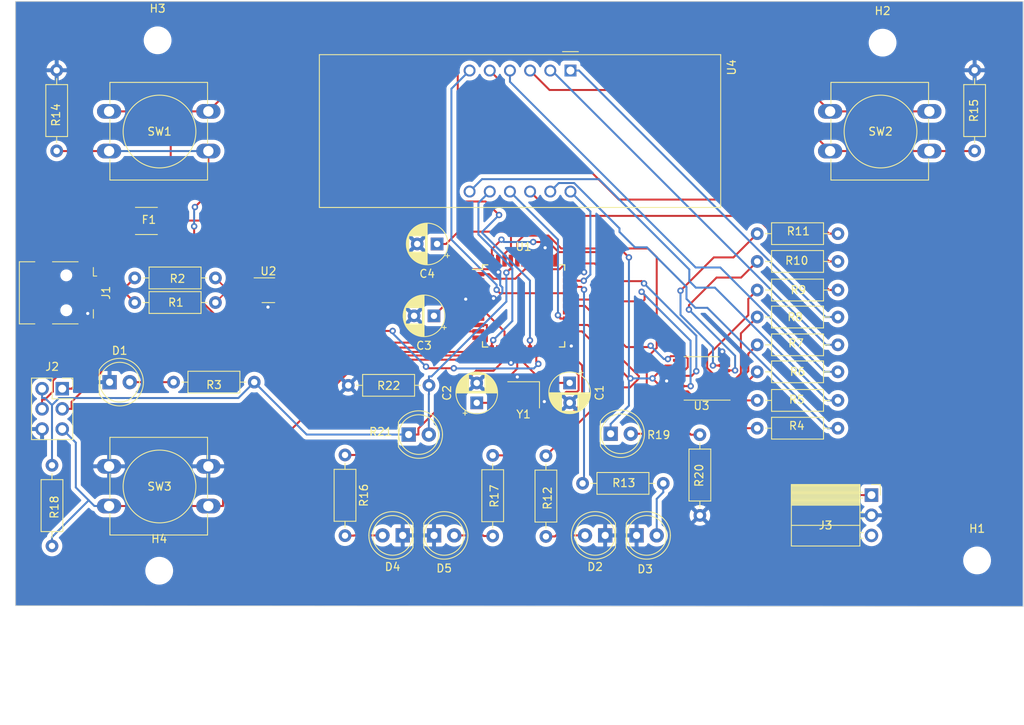
<source format=kicad_pcb>
(kicad_pcb (version 20221018) (generator pcbnew)
  (layers (0 "F.Cu" signal) (31 "B.Cu" signal) (34 "B.Paste" user) (35 "F.Paste" user) (36 "B.SilkS" user "B.Silkscreen") (37 "F.SilkS" user "F.Silkscreen") (38 "B.Mask" user) (39 "F.Mask" user) (44 "Edge.Cuts" user))
  (net 0 "")
  (net 1 "XTAL1")
  (net 2 "GND")
  (net 3 "XTAL2")
  (net 4 "/UCAP")
  (net 5 "/AREF")
  (net 6 "Net-(D1-A)")
  (net 7 "Net-(D2-A)")
  (net 8 "Net-(D3-A)")
  (net 9 "Net-(D4-A)")
  (net 10 "Net-(D5-A)")
  (net 11 "Net-(J1-VBUS)")
  (net 12 "+5V")
  (net 13 "Net-(J1-D-)")
  (net 14 "Net-(J1-D+)")
  (net 16 "unconnected-(J1-Shield-Pad6)")
  (net 17 "MISO")
  (net 18 "SCK")
  (net 19 "MOSI")
  (net 20 "RST")
  (net 21 "+3.3V")
  (net 22 "USB_CONN_D+")
  (net 23 "USB_CONN_D-")
  (net 24 "a")
  (net 25 "Net-(U4-a)")
  (net 26 "b")
  (net 27 "Net-(U4-b)")
  (net 28 "c")
  (net 29 "Net-(U4-c)")
  (net 30 "d")
  (net 31 "Net-(U4-d)")
  (net 32 "e")
  (net 33 "Net-(U4-e)")
  (net 34 "f")
  (net 35 "Net-(U4-f)")
  (net 36 "g")
  (net 37 "Net-(U4-g)")
  (net 38 "dp")
  (net 39 "Net-(U4-DPX)")
  (net 40 "Green_LED1")
  (net 41 "Red_LED1")
  (net 42 "Button_1")
  (net 43 "Button_2")
  (net 44 "Green_LED2")
  (net 45 "Red_LED2")
  (net 46 "Beam_1")
  (net 47 "Beam_2")
  (net 48 "ST_CP")
  (net 49 "USB_D-")
  (net 50 "USB_D+")
  (net 52 "Dig3")
  (net 54 "Dig2")
  (net 56 "SH_CP")
  (net 57 "DS")
  (net 58 "Dig4")
  (net 59 "Dig1")
  (footprint "Package_QFP:TQFP-44_10x10mm_P0.8mm" (layer "F.Cu") (at 150.59 93.35)
    (fp_text reference "U1")
    (fp_text value "ATmega32U4-A")
  )
  (footprint "Resistor_THT:R_Axial_DIN0207_L6.3mm_D2.5mm_P10.16mm_Horizontal" (layer "F.Cu") (at 180.01 84.25)
    (fp_text reference "R11")
    (fp_text value "100")
  )
  (footprint "MountingHole:MountingHole_3mm" (layer "F.Cu") (at 195.8 60.2)
    (fp_text reference "H2")
    (fp_text value "MountingHole")
  )
  (footprint "Connector_USB:USB_Mini-B_Lumberg_2486_01_Horizontal" (layer "F.Cu") (at 93 91.7 -90)
    (fp_text reference "J1")
    (fp_text value "USB_B_Mini")
  )
  (footprint "Button_Switch_THT:SW_PUSH-12mm" (layer "F.Cu") (at 98.39 113.55)
    (fp_text reference "SW3")
    (fp_text value "SW_Push")
  )
  (footprint "LED_THT:LED_D5.0mm_Clear" (layer "F.Cu") (at 160.865 122.25 180)
    (fp_text reference "D2")
    (fp_text value "LED")
  )
  (footprint "Crystal:Crystal_SMD_Abracon_ABM8G-4Pin_3.2x2.5mm" (layer "F.Cu") (at 150.59 104.55 180)
    (fp_text reference "Y1")
    (fp_text value "16kHz")
  )
  (footprint "Resistor_THT:R_Axial_DIN0207_L6.3mm_D2.5mm_P10.16mm_Horizontal" (layer "F.Cu") (at 180.01 94.75)
    (fp_text reference "R8")
    (fp_text value "100")
  )
  (footprint "Resistor_THT:R_Axial_DIN0207_L6.3mm_D2.5mm_P10.16mm_Horizontal" (layer "F.Cu") (at 180.01 87.75)
    (fp_text reference "R10")
    (fp_text value "100")
  )
  (footprint "Connector_PinSocket_2.54mm:PinSocket_1x03_P2.54mm_Horizontal" (layer "F.Cu") (at 194.4 117.175)
    (fp_text reference "J3")
    (fp_text value "Conn_01x03_Socket")
  )
  (footprint "MountingHole:MountingHole_3mm" (layer "F.Cu") (at 104.7 126.7)
    (fp_text reference "H4")
    (fp_text value "MountingHole")
  )
  (footprint "Resistor_THT:R_Axial_DIN0207_L6.3mm_D2.5mm_P10.16mm_Horizontal" (layer "F.Cu") (at 101.62 89.825)
    (fp_text reference "R2")
    (fp_text value "1k")
  )
  (footprint "Resistor_THT:R_Axial_DIN0207_L6.3mm_D2.5mm_P10.16mm_Horizontal" (layer "F.Cu") (at 128.51 103.35)
    (fp_text reference "R22")
    (fp_text value "10k")
  )
  (footprint "LED_THT:LED_D5.0mm_Clear" (layer "F.Cu") (at 161.55 109.45)
    (fp_text reference "R19")
    (fp_text value "R_Photo")
  )
  (footprint "Resistor_THT:R_Axial_DIN0207_L6.3mm_D2.5mm_P10.16mm_Horizontal" (layer "F.Cu") (at 146.7 112.17 -90)
    (fp_text reference "R17")
    (fp_text value "330")
  )
  (footprint "Button_Switch_THT:SW_PUSH-12mm" (layer "F.Cu") (at 98.39 68.85)
    (fp_text reference "SW1")
    (fp_text value "SW_Push")
  )
  (footprint "Package_TO_SOT_SMD:SOT-23-6" (layer "F.Cu") (at 118.45 91.375)
    (fp_text reference "U2")
    (fp_text value "USBLC6-2SC6")
  )
  (footprint "Resistor_THT:R_Axial_DIN0207_L6.3mm_D2.5mm_P10.16mm_Horizontal" (layer "F.Cu") (at 153.4 112.22 -90)
    (fp_text reference "R12")
    (fp_text value "330")
  )
  (footprint "Resistor_THT:R_Axial_DIN0207_L6.3mm_D2.5mm_P10.16mm_Horizontal" (layer "F.Cu") (at 172.79 119.73 90)
    (fp_text reference "R20")
    (fp_text value "10k")
  )
  (footprint "Resistor_THT:R_Axial_DIN0207_L6.3mm_D2.5mm_P10.16mm_Horizontal" (layer "F.Cu") (at 180.01 98.25)
    (fp_text reference "R7")
    (fp_text value "100")
  )
  (footprint "Resistor_THT:R_Axial_DIN0207_L6.3mm_D2.5mm_P10.16mm_Horizontal" (layer "F.Cu") (at 101.62 92.925)
    (fp_text reference "R1")
    (fp_text value "1k")
  )
  (footprint "LED_THT:LED_D5.0mm_Clear" (layer "F.Cu") (at 98.45 102.95)
    (fp_text reference "D1")
    (fp_text value "LED")
  )
  (footprint "LED_THT:LED_D5.0mm_Clear" (layer "F.Cu") (at 164.815 122.25)
    (fp_text reference "D3")
    (fp_text value "LED")
  )
  (footprint "Fuse:Fuse_1812_4532Metric" (layer "F.Cu") (at 103.09 82.65)
    (fp_text reference "F1")
    (fp_text value "PTCSMP")
  )
  (footprint "LED_THT:LED_D5.0mm_Clear" (layer "F.Cu") (at 136.115 109.55)
    (fp_text reference "R21")
    (fp_text value "R_Photo")
  )
  (footprint "Connector_PinSocket_2.54mm:PinSocket_2x03_P2.54mm_Vertical" (layer "F.Cu") (at 92.49 103.775)
    (fp_text reference "J2")
    (fp_text value "AVR-ISP-6")
  )
  (footprint "MountingHole:MountingHole_3mm" (layer "F.Cu") (at 104.5 59.9)
    (fp_text reference "H3")
    (fp_text value "MountingHole")
  )
  (footprint "Resistor_THT:R_Axial_DIN0207_L6.3mm_D2.5mm_P10.16mm_Horizontal" (layer "F.Cu") (at 128.1 112.12 -90)
    (fp_text reference "R16")
    (fp_text value "330")
  )
  (footprint "Resistor_THT:R_Axial_DIN0207_L6.3mm_D2.5mm_P10.16mm_Horizontal" (layer "F.Cu") (at 180.01 105.25)
    (fp_text reference "R5")
    (fp_text value "100")
  )
  (footprint "LED_THT:LED_D5.0mm_Clear" (layer "F.Cu") (at 139.315 122.25)
    (fp_text reference "D5")
    (fp_text value "LED")
  )
  (footprint "Resistor_THT:R_Axial_DIN0207_L6.3mm_D2.5mm_P10.16mm_Horizontal" (layer "F.Cu") (at 180.01 101.65)
    (fp_text reference "R6")
    (fp_text value "100")
  )
  (footprint "Resistor_THT:R_Axial_DIN0207_L6.3mm_D2.5mm_P10.16mm_Horizontal" (layer "F.Cu") (at 158.02 115.7)
    (fp_text reference "R13")
    (fp_text value "330")
  )
  (footprint "Capacitor_THT:CP_Radial_D5.0mm_P2.50mm" (layer "F.Cu") (at 139.3 94.6 180)
    (fp_text reference "C3")
    (fp_text value "1uF")
  )
  (footprint "Display_7Segment:CA56-12EWA" (layer "F.Cu") (at 156.49 63.71 -90)
    (fp_text reference "U4")
    (fp_text value "CA56-12EWA")
  )
  (footprint "Resistor_THT:R_Axial_DIN0207_L6.3mm_D2.5mm_P10.16mm_Horizontal" (layer "F.Cu") (at 116.67 102.95 180)
    (fp_text reference "R3")
    (fp_text value "1k")
  )
  (footprint "Capacitor_THT:CP_Radial_D5.0mm_P2.50mm" (layer "F.Cu") (at 139.6951 85.55 180)
    (fp_text reference "C4")
    (fp_text value ".1uF")
  )
  (footprint "Capacitor_THT:CP_Radial_D5.0mm_P2.50mm" (layer "F.Cu") (at 156.39 103.0449 -90)
    (fp_text reference "C1")
    (fp_text value "22pF")
  )
  (footprint "Resistor_THT:R_Axial_DIN0207_L6.3mm_D2.5mm_P10.16mm_Horizontal" (layer "F.Cu") (at 91.79 73.83 90)
    (fp_text reference "R14")
    (fp_text value "10k")
  )
  (footprint "Resistor_THT:R_Axial_DIN0207_L6.3mm_D2.5mm_P10.16mm_Horizontal" (layer "F.Cu") (at 207.39 73.83 90)
    (fp_text reference "R15")
    (fp_text value "10k")
  )
  (footprint "Package_SO:TSSOP-16_4.4x5mm_P0.65mm" (layer "F.Cu") (at 173 102.48 180)
    (fp_text reference "U3")
    (fp_text value "74HC595")
  )
  (footprint "Capacitor_THT:CP_Radial_D5.0mm_P2.50mm" (layer "F.Cu") (at 144.69 105.5551 90)
    (fp_text reference "C2")
    (fp_text value "22pF")
  )
  (footprint "Resistor_THT:R_Axial_DIN0207_L6.3mm_D2.5mm_P10.16mm_Horizontal" (layer "F.Cu") (at 180.01 91.35)
    (fp_text reference "R9")
    (fp_text value "100")
  )
  (footprint "Resistor_THT:R_Axial_DIN0207_L6.3mm_D2.5mm_P10.16mm_Horizontal" (layer "F.Cu") (at 180.01 108.75)
    (fp_text reference "R4")
    (fp_text value "100")
  )
  (footprint "LED_THT:LED_D5.0mm_Clear" (layer "F.Cu") (at 135.365 122.25 180)
    (fp_text reference "D4")
    (fp_text value "LED")
  )
  (footprint "Resistor_THT:R_Axial_DIN0207_L6.3mm_D2.5mm_P10.16mm_Horizontal" (layer "F.Cu") (at 91.2 113.42 -90)
    (fp_text reference "R18")
    (fp_text value "10k")
  )
  (footprint "Button_Switch_THT:SW_PUSH-12mm" (layer "F.Cu") (at 189.19 68.85)
    (fp_text reference "SW2")
    (fp_text value "SW_Push")
  )
  (footprint "MountingHole:MountingHole_3mm" (layer "F.Cu") (at 207.7 125.4)
    (fp_text reference "H1")
    (fp_text value "MountingHole")
  )
  (gr_poly (pts (xy 86.6 55) (xy 213.5 55) (xy 213.5 131.2) (xy 86.6 131.1)) (stroke (width 0.1)) (fill none) (layer "Edge.Cuts"))
  (gr_text "Ethan Burnett\nSpeed Sensor\n5/24/2023" (at 195 102) (layer "F.Cu") (effects (font (size 1.5 1.5) (thickness 0.3) bold) (justify left bottom)))
  (gr_text ":)" (at 136.7 113.9 -90) (layer "F.Cu") (effects (font (size 1.5 1.5) (thickness 0.3) bold) (justify left bottom)))
  (segment (start 153.145 103.045) (end 150.59 100.49) (width 0.25) (layer "F.Cu") (net 1))
  (segment (start 156.3899 103.045) (end 156.39 103.0449) (width 0.25) (layer "F.Cu") (net 1))
  (segment (start 150.59 100.49) (end 150.59 99.05) (width 0.25) (layer "F.Cu") (net 1))
  (segment (start 156.3899 103.045) (end 153.37 103.045) (width 0.25) (layer "F.Cu") (net 1))
  (segment (start 156.39 103.045) (end 156.3899 103.045) (width 0.25) (layer "F.Cu") (net 1))
  (segment (start 153.37 103.045) (end 153.145 103.045) (width 0.25) (layer "F.Cu") (net 1))
  (segment (start 153.37 103.045) (end 152.715 103.7) (width 0.25) (layer "F.Cu") (net 1))
  (segment (start 152.715 103.7) (end 151.69 103.7) (width 0.25) (layer "F.Cu") (net 1))
  (segment (start 147.39 87.65) (end 147.39 89.09) (width 0.25) (layer "F.Cu") (net 2))
  (segment (start 156.54 89.1) (end 156.29 89.35) (width 0.25) (layer "F.Cu") (net 2))
  (segment (start 158.2 89.1) (end 156.54 89.1) (width 0.25) (layer "F.Cu") (net 2))
  (segment (start 148.99 100.49) (end 149 100.5) (width 0.25) (layer "F.Cu") (net 2))
  (segment (start 143.35 92.55) (end 143.3 92.5) (width 0.25) (layer "F.Cu") (net 2))
  (segment (start 149.49 103.7) (end 149.49 102.61) (width 0.25) (layer "F.Cu") (net 2))
  (segment (start 153.79 86.5145) (end 153.79 87.65) (width 0.25) (layer "F.Cu") (net 2))
  (segment (start 151.69 105.4) (end 153.2 105.4) (width 0.25) (layer "F.Cu") (net 2))
  (segment (start 118.4 92.0782) (end 118.4 93.5) (width 0.25) (layer "F.Cu") (net 2))
  (segment (start 175.6 99.1) (end 175.6 99.9425) (width 0.25) (layer "F.Cu") (net 2))
  (segment (start 117.3125 91.375) (end 117.697 91.375) (width 0.25) (layer "F.Cu") (net 2))
  (segment (start 147.39 89.09) (end 147.4 89.1) (width 0.25) (layer "F.Cu") (net 2))
  (segment (start 149.49 102.61) (end 149.8 102.3) (width 0.25) (layer "F.Cu") (net 2))
  (segment (start 145.04 92.4) (end 144.89 92.55) (width 0.25) (layer "F.Cu") (net 2))
  (segment (start 175.6 99.9425) (end 175.8625 100.205) (width 0.25) (layer "F.Cu") (net 2))
  (segment (start 153.3 86.0245) (end 153.79 86.5145) (width 0.25) (layer "F.Cu") (net 2))
  (segment (start 146.8 92.4) (end 145.04 92.4) (width 0.25) (layer "F.Cu") (net 2))
  (segment (start 156.29 98.09) (end 156.6 98.4) (width 0.25) (layer "F.Cu") (net 2))
  (segment (start 144.89 92.55) (end 143.35 92.55) (width 0.25) (layer "F.Cu") (net 2))
  (segment (start 170.1375 102.805) (end 168.605 102.805) (width 0.25) (layer "F.Cu") (net 2))
  (segment (start 156.29 97.35) (end 156.29 98.09) (width 0.25) (layer "F.Cu") (net 2))
  (segment (start 117.312 91.375) (end 117.3125 91.375) (width 0.25) (layer "F.Cu") (net 2))
  (segment (start 148.99 99.05) (end 148.99 100.49) (width 0.25) (layer "F.Cu") (net 2))
  (segment (start 95.7 93.3) (end 95.7 94.3) (width 0.25) (layer "F.Cu") (net 2))
  (segment (start 117.697 91.375) (end 118.4 92.0782) (width 0.25) (layer "F.Cu") (net 2))
  (segment (start 168.605 102.805) (end 168.6 102.8) (width 0.25) (layer "F.Cu") (net 2))
  (via (at 168.6 102.8) (size 0.8) (drill 0.4) (layers "F.Cu" "B.Cu") (net 2))
  (via (at 146.8 92.4) (size 0.8) (drill 0.4) (layers "F.Cu" "B.Cu") (net 2))
  (via (at 143.3 92.5) (size 0.8) (drill 0.4) (layers "F.Cu" "B.Cu") (net 2))
  (via (at 158.2 89.1) (size 0.8) (drill 0.4) (layers "F.Cu" "B.Cu") (net 2))
  (via (at 149 100.5) (size 0.8) (drill 0.4) (layers "F.Cu" "B.Cu") (net 2))
  (via (at 175.6 99.1) (size 0.8) (drill 0.4) (layers "F.Cu" "B.Cu") (net 2))
  (via (at 153.2 105.4) (size 0.8) (drill 0.4) (layers "F.Cu" "B.Cu") (net 2))
  (via (at 153.3 86.0245) (size 0.8) (drill 0.4) (layers "F.Cu" "B.Cu") (net 2))
  (via (at 149.8 102.3) (size 0.8) (drill 0.4) (layers "F.Cu" "B.Cu") (net 2))
  (via (at 156.6 98.4) (size 0.8) (drill 0.4) (layers "F.Cu" "B.Cu") (net 2))
  (via (at 147.4 89.1) (size 0.8) (drill 0.4) (layers "F.Cu" "B.Cu") (net 2))
  (via (at 118.4 93.5) (size 0.8) (drill 0.4) (layers "F.Cu" "B.Cu") (net 2))
  (via (at 95.7 94.3) (size 0.8) (drill 0.4) (layers "F.Cu" "B.Cu") (net 2))
  (segment (start 147.644003 89.344003) (end 147.644003 90.745898) (width 0.25) (layer "B.Cu") (net 2))
  (segment (start 147.4 89.1) (end 147.644003 89.344003) (width 0.25) (layer "B.Cu") (net 2))
  (segment (start 147.644003 90.745898) (end 147.919 91.020895) (width 0.25) (layer "B.Cu") (net 2))
  (segment (start 147.919 91.020895) (end 147.919 91.681) (width 0.25) (layer "B.Cu") (net 2))
  (segment (start 147.919 91.681) (end 147.2 92.4) (width 0.25) (layer "B.Cu") (net 2))
  (segment (start 147.2 92.4) (end 146.8 92.4) (width 0.25) (layer "B.Cu") (net 2))
  (segment (start 149.49 105.4) (end 148.465 105.4) (width 0.25) (layer "F.Cu") (net 3))
  (segment (start 148.465 102.575) (end 149.79 101.25) (width 0.25) (layer "F.Cu") (net 3))
  (segment (start 144.6901 105.555) (end 144.69 105.5551) (width 0.25) (layer "F.Cu") (net 3))
  (segment (start 148.465 105.4) (end 148.465 102.575) (width 0.25) (layer "F.Cu") (net 3))
  (segment (start 148.31 105.555) (end 148.465 105.4) (width 0.25) (layer "F.Cu") (net 3))
  (segment (start 144.69 105.555) (end 144.6901 105.555) (width 0.25) (layer "F.Cu") (net 3))
  (segment (start 149.79 101.25) (end 149.79 99.05) (width 0.25) (layer "F.Cu") (net 3))
  (segment (start 144.6901 105.555) (end 148.31 105.555) (width 0.25) (layer "F.Cu") (net 3))
  (segment (start 140.55 93.35) (end 144.89 93.35) (width 0.25) (layer "F.Cu") (net 4))
  (segment (start 139.3 94.6) (end 140.55 93.35) (width 0.25) (layer "F.Cu") (net 4))
  (segment (start 149 84) (end 142.37 84) (width 0.25) (layer "F.Cu") (net 5))
  (segment (start 148.19 87.65) (end 148.19 86.775) (width 0.25) (layer "F.Cu") (net 5))
  (segment (start 142.37 84) (end 140.82 85.55) (width 0.25) (layer "F.Cu") (net 5))
  (segment (start 148.19 86.775) (end 149 85.965) (width 0.25) (layer "F.Cu") (net 5))
  (segment (start 149 85.965) (end 149 84) (width 0.25) (layer "F.Cu") (net 5))
  (segment (start 140.82 85.55) (end 139.6951 85.55) (width 0.25) (layer "F.Cu") (net 5))
  (segment (start 139.6951 85.55) (end 139.695 85.55) (width 0.25) (layer "F.Cu") (net 5))
  (segment (start 100.99 102.95) (end 106.51 102.95) (width 0.25) (layer "F.Cu") (net 6))
  (segment (start 154.655 122.25) (end 154.525 122.38) (width 0.25) (layer "F.Cu") (net 7))
  (segment (start 158.325 122.25) (end 154.655 122.25) (width 0.25) (layer "F.Cu") (net 7))
  (segment (start 154.525 122.38) (end 153.4 122.38) (width 0.25) (layer "F.Cu") (net 7))
  (segment (start 167.355 117.65) (end 168.18 116.825) (width 0.25) (layer "B.Cu") (net 8))
  (segment (start 168.18 116.825) (end 168.18 115.7) (width 0.25) (layer "B.Cu") (net 8))
  (segment (start 167.355 122.25) (end 167.355 117.65) (width 0.25) (layer "B.Cu") (net 8))
  (segment (start 129.225 122.28) (end 128.1 122.28) (width 0.25) (layer "F.Cu") (net 9))
  (segment (start 132.825 122.25) (end 129.255 122.25) (width 0.25) (layer "F.Cu") (net 9))
  (segment (start 129.255 122.25) (end 129.225 122.28) (width 0.25) (layer "F.Cu") (net 9))
  (segment (start 146.7 122.33) (end 145.575 122.33) (width 0.25) (layer "F.Cu") (net 10))
  (segment (start 145.495 122.25) (end 141.855 122.25) (width 0.25) (layer "F.Cu") (net 10))
  (segment (start 145.575 122.33) (end 145.495 122.25) (width 0.25) (layer "F.Cu") (net 10))
  (segment (start 95.7 90.1) (end 97.0251 90.1) (width 0.25) (layer "F.Cu") (net 11))
  (segment (start 100.9525 86.1726) (end 97.0251 90.1) (width 0.25) (layer "F.Cu") (net 11))
  (segment (start 100.9525 82.65) (end 100.9525 86.1726) (width 0.25) (layer "F.Cu") (net 11))
  (segment (start 169.0995 104.755) (end 170.1375 104.755) (width 0.25) (layer "F.Cu") (net 12))
  (segment (start 105.228 82.65) (end 106.103 82.65) (width 0.25) (layer "F.Cu") (net 12))
  (segment (start 153.7251 85.3) (end 155 86.5749) (width 0.25) (layer "F.Cu") (net 12))
  (segment (start 189.19 68.85) (end 182.09 61.75) (width 0.25) (layer "F.Cu") (net 12))
  (segment (start 105.228 82.65) (end 105.2275 82.65) (width 0.25) (layer "F.Cu") (net 12))
  (segment (start 144.05 94.15) (end 144.89 94.15) (width 0.25) (layer "F.Cu") (net 12))
  (segment (start 146.59 88.7251) (end 146.59 87.65) (width 0.25) (layer "F.Cu") (net 12))
  (segment (start 148.19 100.125) (end 146.799 101.516) (width 0.25) (layer "F.Cu") (net 12))
  (segment (start 143.968 88.7251) (end 146.59 88.7251) (width 0.25) (layer "F.Cu") (net 12))
  (segment (start 182.5575 117.175) (end 170.1375 104.755) (width 0.25) (layer "F.Cu") (net 12))
  (segment (start 118.836 89.7876) (end 118.599 90.0244) (width 0.25) (layer "F.Cu") (net 12))
  (segment (start 143.815 90.15) (end 143.815 89.7876) (width 0.25) (layer "F.Cu") (net 12))
  (segment (start 143.815 89.7876) (end 143.815 88.8782) (width 0.25) (layer "F.Cu") (net 12))
  (segment (start 148.19 99.05) (end 148.19 100.125) (width 0.25) (layer "F.Cu") (net 12))
  (segment (start 143.815 88.8782) (end 143.968 88.7251) (width 0.25) (layer "F.Cu") (net 12))
  (segment (start 146.59 86.21) (end 147.8 85) (width 0.25) (layer "F.Cu") (net 12))
  (segment (start 137.34 109.55) (end 136.115 109.55) (width 0.25) (layer "F.Cu") (net 12))
  (segment (start 119.5875 91.375) (end 119.588 91.375) (width 0.25) (layer "F.Cu") (net 12))
  (segment (start 164.039 102.48) (end 163.855 102.48) (width 0.25) (layer "F.Cu") (net 12))
  (segment (start 163.19 86.5749) (end 163.855 87.24) (width 0.25) (layer "F.Cu") (net 12))
  (segment (start 154.59 87.65) (end 154.59 86.9849) (width 0.25) (layer "F.Cu") (net 12))
  (segment (start 148.19 96.575) (end 148.19 99.05) (width 0.25) (layer "F.Cu") (net 12))
  (segment (start 151.8 85.3) (end 153.7251 85.3) (width 0.25) (layer "F.Cu") (net 12))
  (segment (start 166.8245 102.48) (end 167.9 101.4045) (width 0.25) (layer "F.Cu") (net 12))
  (segment (start 114.602613 97.975) (end 140.9201 97.975) (width 0.25) (layer "F.Cu") (net 12))
  (segment (start 145.765 94.15) (end 148.19 96.575) (width 0.25) (layer "F.Cu") (net 12))
  (segment (start 144.89 90.15) (end 143.815 90.15) (width 0.25) (layer "F.Cu") (net 12))
  (segment (start 137.34 108.784) (end 137.34 109.55) (width 0.25) (layer "F.Cu") (net 12))
  (segment (start 167.9 101.4045) (end 167.9 101.4) (width 0.25) (layer "F.Cu") (net 12))
  (segment (start 117.99 61.75) (end 110.89 68.85) (width 0.25) (layer "F.Cu") (net 12))
  (segment (start 106.15 82.6034) (end 106.15 68.85) (width 0.25) (layer "F.Cu") (net 12))
  (segment (start 146.59 87.65) (end 146.59 86.21) (width 0.25) (layer "F.Cu") (net 12))
  (segment (start 118.599 90.0244) (end 118.599 90.8523) (width 0.25) (layer "F.Cu") (net 12))
  (segment (start 167.9 101.4) (end 168.445 100.855) (width 0.25) (layer "F.Cu") (net 12))
  (segment (start 163.855 102.48) (end 157.925 96.55) (width 0.25) (layer "F.Cu") (net 12))
  (segment (start 106.103 82.65) (end 106.15 82.6034) (width 0.25) (layer "F.Cu") (net 12))
  (segment (start 106.15 82.6034) (end 111.178 82.6034) (width 0.25) (layer "F.Cu") (net 12))
  (segment (start 140.9201 97.975) (end 140.9201 97.2799) (width 0.25) (layer "F.Cu") (net 12))
  (segment (start 146.799 101.516) (end 144.608 101.516) (width 0.25) (layer "F.Cu") (net 12))
  (segment (start 144.608 101.516) (end 137.34 108.784) (width 0.25) (layer "F.Cu") (net 12))
  (segment (start 189.19 68.85) (end 201.69 68.85) (width 0.25) (layer "F.Cu") (net 12))
  (segment (start 154.59 86.9849) (end 155 86.5749) (width 0.25) (layer "F.Cu") (net 12))
  (segment (start 140.9201 97.2799) (end 144.05 94.15) (width 0.25) (layer "F.Cu") (net 12))
  (segment (start 168.445 100.855) (end 170.1375 100.855) (width 0.25) (layer "F.Cu") (net 12))
  (segment (start 194.4 117.175) (end 182.5575 117.175) (width 0.25) (layer "F.Cu") (net 12))
  (segment (start 105.2275 88.599887) (end 114.602613 97.975) (width 0.25) (layer "F.Cu") (net 12))
  (segment (start 143.815 89.7876) (end 118.836 89.7876) (width 0.25) (layer "F.Cu") (net 12))
  (segment (start 111.178 82.6034) (end 118.599 90.0244) (width 0.25) (layer "F.Cu") (net 12))
  (segment (start 144.89 94.15) (end 145.765 94.15) (width 0.25) (layer "F.Cu") (net 12))
  (segment (start 182.09 61.75) (end 117.99 61.75) (width 0.25) (layer "F.Cu") (net 12))
  (segment (start 119.122 91.375) (end 119.5875 91.375) (width 0.25) (layer "F.Cu") (net 12))
  (segment (start 166.8245 102.48) (end 169.0995 104.755) (width 0.25) (layer "F.Cu") (net 12))
  (segment (start 157.925 96.55) (end 156.29 96.55) (width 0.25) (layer "F.Cu") (net 12))
  (segment (start 110.89 68.85) (end 106.15 68.85) (width 0.25) (layer "F.Cu") (net 12))
  (segment (start 155 86.5749) (end 163.19 86.5749) (width 0.25) (layer "F.Cu") (net 12))
  (segment (start 98.39 68.85) (end 106.15 68.85) (width 0.25) (layer "F.Cu") (net 12))
  (segment (start 105.2275 82.65) (end 105.2275 88.599887) (width 0.25) (layer "F.Cu") (net 12))
  (segment (start 118.599 90.8523) (end 119.122 91.375) (width 0.25) (layer "F.Cu") (net 12))
  (via (at 147.8 85) (size 0.8) (drill 0.4) (layers "F.Cu" "B.Cu") (net 12))
  (via (at 151.8 85.3) (size 0.8) (drill 0.4) (layers "F.Cu" "B.Cu") (net 12))
  (via (at 163.855 87.24) (size 0.8) (drill 0.4) (layers "F.Cu" "B.Cu") (net 12))
  (via (at 166.8245 102.48) (size 0.8) (drill 0.4) (layers "F.Cu" "B.Cu") (net 12))
  (via (at 164.039 102.48) (size 0.8) (drill 0.4) (layers "F.Cu" "B.Cu") (net 12))
  (segment (start 163.855 87.24) (end 163.855 102.48) (width 0.25) (layer "B.Cu") (net 12))
  (segment (start 92.0847 104.95) (end 91.2 105.835) (width 0.25) (layer "B.Cu") (net 12))
  (segment (start 90.3152 104.95) (end 89.95 104.95) (width 0.25) (layer "B.Cu") (net 12))
  (segment (start 123.27 109.55) (end 116.67 102.95) (width 0.25) (layer "B.Cu") (net 12))
  (segment (start 91.2 113.42) (end 91.2 105.835) (width 0.25) (layer "B.Cu") (net 12))
  (segment (start 89.95 104.95) (end 89.95 103.775) (width 0.25) (layer "B.Cu") (net 12))
  (segment (start 147.8 85) (end 148.1 85.3) (width 0.25) (layer "B.Cu") (net 12))
  (segment (start 163.855 102.48) (end 164.039 102.48) (width 0.25) (layer "B.Cu") (net 12))
  (segment (start 114.67 104.95) (end 92.0847 104.95) (width 0.25) (layer "B.Cu") (net 12))
  (segment (start 91.2 105.835) (end 90.3152 104.95) (width 0.25) (layer "B.Cu") (net 12))
  (segment (start 148.1 85.3) (end 151.8 85.3) (width 0.25) (layer "B.Cu") (net 12))
  (segment (start 116.67 102.95) (end 114.67 104.95) (width 0.25) (layer "B.Cu") (net 12))
  (segment (start 161.55 108.225) (end 163.855 105.92) (width 0.25) (layer "B.Cu") (net 12))
  (segment (start 166.8245 102.48) (end 164.039 102.48) (width 0.25) (layer "B.Cu") (net 12))
  (segment (start 163.855 105.92) (end 163.855 102.48) (width 0.25) (layer "B.Cu") (net 12))
  (segment (start 136.115 109.55) (end 123.27 109.55) (width 0.25) (layer "B.Cu") (net 12))
  (segment (start 161.55 109.45) (end 161.55 108.225) (width 0.25) (layer "B.Cu") (net 12))
  (segment (start 100.545 90.9) (end 101.62 89.825) (width 0.25) (layer "F.Cu") (net 13))
  (segment (start 95.7 90.9) (end 100.545 90.9) (width 0.25) (layer "F.Cu") (net 13))
  (segment (start 100.395 91.7) (end 101.62 92.925) (width 0.25) (layer "F.Cu") (net 14))
  (segment (start 95.7 91.7) (end 100.395 91.7) (width 0.25) (layer "F.Cu") (net 14))
  (segment (start 90.15 87.25) (end 90.15 96.15) (width 0.25) (layer "F.Cu") (net 16))
  (segment (start 95.6 96.15) (end 90.15 96.15) (width 0.25) (layer "F.Cu") (net 16))
  (segment (start 90.15 87.25) (end 95.6 87.25) (width 0.25) (layer "F.Cu") (net 16))
  (segment (start 143.0949 99.1451) (end 144.89 97.35) (width 0.25) (layer "F.Cu") (net 17))
  (segment (start 98.295 99.1451) (end 143.0949 99.1451) (width 0.25) (layer "F.Cu") (net 17))
  (segment (start 93.6651 103.775) (end 98.295 99.1451) (width 0.25) (layer "F.Cu") (net 17))
  (segment (start 92.49 103.775) (end 93.6651 103.775) (width 0.25) (layer "F.Cu") (net 17))
  (segment (start 144.157 99.5951) (end 145.965 97.7869) (width 0.25) (layer "F.Cu") (net 18))
  (segment (start 93.6651 105.434) (end 99.5037 99.5951) (width 0.25) (layer "F.Cu") (net 18))
  (segment (start 145.965 95.75) (end 144.89 95.75) (width 0.25) (layer "F.Cu") (net 18))
  (segment (start 145.965 97.7869) (end 145.965 95.75) (width 0.25) (layer "F.Cu") (net 18))
  (segment (start 99.5037 99.5951) (end 144.157 99.5951) (width 0.25) (layer "F.Cu") (net 18))
  (segment (start 93.6651 106.315) (end 93.6651 105.434) (width 0.25) (layer "F.Cu") (net 18))
  (segment (start 92.49 106.315) (end 93.6651 106.315) (width 0.25) (layer "F.Cu") (net 18))
  (segment (start 91.3148 102.776) (end 91.3148 104.14) (width 0.25) (layer "F.Cu") (net 19))
  (segment (start 90.3152 105.14) (end 89.95 105.14) (width 0.25) (layer "F.Cu") (net 19))
  (segment (start 95.4908 98.6) (end 91.3148 102.776) (width 0.25) (layer "F.Cu") (net 19))
  (segment (start 143.321 96.55) (end 141.271 98.6) (width 0.25) (layer "F.Cu") (net 19))
  (segment (start 144.89 96.55) (end 143.321 96.55) (width 0.25) (layer "F.Cu") (net 19))
  (segment (start 89.95 105.14) (end 89.95 106.315) (width 0.25) (layer "F.Cu") (net 19))
  (segment (start 141.271 98.6) (end 95.4908 98.6) (width 0.25) (layer "F.Cu") (net 19))
  (segment (start 91.3148 104.14) (end 90.3152 105.14) (width 0.25) (layer "F.Cu") (net 19))
  (segment (start 112.739 117.51) (end 112.739 118.55) (width 0.25) (layer "F.Cu") (net 20))
  (segment (start 98.39 118.55) (end 110.89 118.55) (width 0.25) (layer "F.Cu") (net 20))
  (segment (start 147.39 100.125) (end 130.124 100.125) (width 0.25) (layer "F.Cu") (net 20))
  (segment (start 130.124 100.125) (end 112.739 117.51) (width 0.25) (layer "F.Cu") (net 20))
  (segment (start 112.739 118.55) (end 110.89 118.55) (width 0.25) (layer "F.Cu") (net 20))
  (segment (start 147.39 99.05) (end 147.39 100.125) (width 0.25) (layer "F.Cu") (net 20))
  (segment (start 95.8229 117.832) (end 96.5409 118.55) (width 0.25) (layer "B.Cu") (net 20))
  (segment (start 94.2 110.565) (end 94.2 116.209) (width 0.25) (layer "B.Cu") (net 20))
  (segment (start 94.2 116.209) (end 95.8229 117.832) (width 0.25) (layer "B.Cu") (net 20))
  (segment (start 92.49 108.855) (end 94.2 110.565) (width 0.25) (layer "B.Cu") (net 20))
  (segment (start 95.8229 117.832) (end 91.2 122.455) (width 0.25) (layer "B.Cu") (net 20))
  (segment (start 96.5409 118.55) (end 98.39 118.55) (width 0.25) (layer "B.Cu") (net 20))
  (segment (start 91.2 122.455) (end 91.2 123.58) (width 0.25) (layer "B.Cu") (net 20))
  (segment (start 117.137 92.15) (end 117.138 92.15) (width 0.25) (layer "F.Cu") (net 22))
  (segment (start 117.137 92.15) (end 117.312 92.325) (width 0.2) (layer "F.Cu") (net 22))
  (segment (start 117.138 92.15) (end 117.225 92.2375) (width 0.25) (layer "F.Cu") (net 22))
  (segment (start 116.962 91.975) (end 117.137 92.15) (width 0.2) (layer "F.Cu") (net 22))
  (segment (start 116.614 91.975) (end 116.962 91.975) (width 0.2) (layer "F.Cu") (net 22))
  (segment (start 117.225 92.2375) (end 117.312 92.325) (width 0.25) (layer "F.Cu") (net 22))
  (segment (start 111.78 92.925) (end 113.105 91.6) (width 0.2) (layer "F.Cu") (net 22))
  (segment (start 116.239 91.6) (end 116.614 91.975) (width 0.2) (layer "F.Cu") (net 22))
  (segment (start 113.105 91.6) (end 116.239 91.6) (width 0.2) (layer "F.Cu") (net 22))
  (segment (start 117.225 92.2375) (end 117.3125 92.325) (width 0.25) (layer "F.Cu") (net 22))
  (segment (start 117.225 90.5125) (end 117.3125 90.425) (width 0.25) (layer "F.Cu") (net 23))
  (segment (start 116.239 91.15) (end 116.614 90.775) (width 0.2) (layer "F.Cu") (net 23))
  (segment (start 116.962 90.775) (end 117.137 90.6) (width 0.2) (layer "F.Cu") (net 23))
  (segment (start 117.225 90.5125) (end 117.312 90.425) (width 0.25) (layer "F.Cu") (net 23))
  (segment (start 117.137 90.6) (end 117.312 90.425) (width 0.2) (layer "F.Cu") (net 23))
  (segment (start 117.137 90.6) (end 117.138 90.6) (width 0.25) (layer "F.Cu") (net 23))
  (segment (start 117.138 90.6) (end 117.225 90.5125) (width 0.25) (layer "F.Cu") (net 23))
  (segment (start 111.78 89.825) (end 113.105 91.15) (width 0.2) (layer "F.Cu") (net 23))
  (segment (start 113.105 91.15) (end 116.239 91.15) (width 0.2) (layer "F.Cu") (net 23))
  (segment (start 116.614 90.775) (end 116.962 90.775) (width 0.2) (layer "F.Cu") (net 23))
  (segment (start 175.899 108.75) (end 171.254 104.105) (width 0.25) (layer "F.Cu") (net 24))
  (segment (start 171.254 104.105) (end 170.1375 104.105) (width 0.25) (layer "F.Cu") (net 24))
  (segment (start 180.01 108.75) (end 175.899 108.75) (width 0.25) (layer "F.Cu") (net 24))
  (segment (start 153.95 78.95) (end 155.025 77.8748) (width 0.25) (layer "B.Cu") (net 25))
  (segment (start 171.102 92.4621) (end 172.23 93.59) (width 0.25) (layer "B.Cu") (net 25))
  (segment (start 172.23 93.59) (end 173.734 93.59) (width 0.25) (layer "B.Cu") (net 25))
  (segment (start 162.666 83.5842) (end 162.666 84.0317) (width 0.25) (layer "B.Cu") (net 25))
  (segment (start 164.605 85.97) (end 166.108 85.97) (width 0.25) (layer "B.Cu") (net 25))
  (segment (start 188.894 108.75) (end 190.17 108.75) (width 0.25) (layer "B.Cu") (net 25))
  (segment (start 171.102 90.9636) (end 171.102 92.4621) (width 0.25) (layer "B.Cu") (net 25))
  (segment (start 155.025 77.8748) (end 156.957 77.8748) (width 0.25) (layer "B.Cu") (net 25))
  (segment (start 173.734 93.59) (end 188.894 108.75) (width 0.25) (layer "B.Cu") (net 25))
  (segment (start 156.957 77.8748) (end 162.666 83.5842) (width 0.25) (layer "B.Cu") (net 25))
  (segment (start 162.666 84.0317) (end 164.605 85.97) (width 0.25) (layer "B.Cu") (net 25))
  (segment (start 166.108 85.97) (end 171.102 90.9636) (width 0.25) (layer "B.Cu") (net 25))
  (segment (start 180.01 105.25) (end 176.3575 105.25) (width 0.25) (layer "F.Cu") (net 26))
  (segment (start 176.3575 105.25) (end 175.8625 104.755) (width 0.25) (layer "F.Cu") (net 26))
  (segment (start 174.68 91.05) (end 172.279 91.05) (width 0.25) (layer "B.Cu") (net 27))
  (segment (start 160.083 77.3888) (end 145.351 77.3888) (width 0.25) (layer "B.Cu") (net 27))
  (segment (start 145.351 77.3888) (end 143.79 78.95) (width 0.25) (layer "B.Cu") (net 27))
  (segment (start 190.17 105.25) (end 188.88 105.25) (width 0.25) (layer "B.Cu") (net 27))
  (segment (start 171.459 90.2299) (end 171.459 88.7648) (width 0.25) (layer "B.Cu") (net 27))
  (segment (start 171.459 88.7648) (end 160.083 77.3888) (width 0.25) (layer "B.Cu") (net 27))
  (segment (start 172.279 91.05) (end 171.459 90.2299) (width 0.25) (layer "B.Cu") (net 27))
  (segment (start 188.88 105.25) (end 174.68 91.05) (width 0.25) (layer "B.Cu") (net 27))
  (segment (start 180.01 101.65) (end 177.555 104.105) (width 0.25) (layer "F.Cu") (net 28))
  (segment (start 177.555 104.105) (end 175.8625 104.105) (width 0.25) (layer "F.Cu") (net 28))
  (segment (start 148.87 63.71) (end 148.87 65.1243) (width 0.25) (layer "B.Cu") (net 29))
  (segment (start 148.87 65.1243) (end 172.256 88.51) (width 0.25) (layer "B.Cu") (net 29))
  (segment (start 172.256 88.51) (end 175.361 88.51) (width 0.25) (layer "B.Cu") (net 29))
  (segment (start 188.501 101.65) (end 190.17 101.65) (width 0.25) (layer "B.Cu") (net 29))
  (segment (start 175.361 88.51) (end 188.501 101.65) (width 0.25) (layer "B.Cu") (net 29))
  (segment (start 178.885 101.551396) (end 176.981396 103.455) (width 0.25) (layer "F.Cu") (net 30))
  (segment (start 176.981396 103.455) (end 175.8625 103.455) (width 0.25) (layer "F.Cu") (net 30))
  (segment (start 180.01 98.25) (end 178.885 99.375) (width 0.25) (layer "F.Cu") (net 30))
  (segment (start 178.885 99.375) (end 178.885 101.551396) (width 0.25) (layer "F.Cu") (net 30))
  (segment (start 188.683 98.25) (end 190.17 98.25) (width 0.25) (layer "B.Cu") (net 31))
  (segment (start 154.143 63.71) (end 188.683 98.25) (width 0.25) (layer "B.Cu") (net 31))
  (segment (start 153.95 63.71) (end 154.143 63.71) (width 0.25) (layer "B.Cu") (net 31))
  (segment (start 177.9521 96.8079) (end 177.9521 101.8479) (width 0.25) (layer "F.Cu") (net 32))
  (segment (start 180.01 94.75) (end 177.9521 96.8079) (width 0.25) (layer "F.Cu") (net 32))
  (segment (start 177.9521 101.8479) (end 176.995 102.805) (width 0.25) (layer "F.Cu") (net 32))
  (segment (start 176.995 102.805) (end 175.8625 102.805) (width 0.25) (layer "F.Cu") (net 32))
  (segment (start 157.565 63.71) (end 188.605 94.75) (width 0.25) (layer "B.Cu") (net 33))
  (segment (start 156.49 63.71) (end 157.565 63.71) (width 0.25) (layer "B.Cu") (net 33))
  (segment (start 188.605 94.75) (end 190.17 94.75) (width 0.25) (layer "B.Cu") (net 33))
  (segment (start 173.7084 99.6916) (end 173.7084 101.155305) (width 0.25) (layer "F.Cu") (net 34))
  (segment (start 173.7084 101.155305) (end 174.708095 102.155) (width 0.25) (layer "F.Cu") (net 34))
  (segment (start 174.708095 102.155) (end 175.8625 102.155) (width 0.25) (layer "F.Cu") (net 34))
  (segment (start 180.01 91.35) (end 178.885 92.475) (width 0.25) (layer "F.Cu") (net 34))
  (segment (start 178.885 94.515) (end 173.7084 99.6916) (width 0.25) (layer "F.Cu") (net 34))
  (segment (start 178.885 92.475) (end 178.885 94.515) (width 0.25) (layer "F.Cu") (net 34))
  (segment (start 179.707 82.012) (end 189.045 91.35) (width 0.25) (layer "F.Cu") (net 35))
  (segment (start 151.41 78.95) (end 154.472 82.012) (width 0.25) (layer "F.Cu") (net 35))
  (segment (start 154.472 82.012) (end 179.707 82.012) (width 0.25) (layer "F.Cu") (net 35))
  (segment (start 189.045 91.35) (end 190.17 91.35) (width 0.25) (layer "F.Cu") (net 35))
  (segment (start 177.2271 101.4734) (end 175.8941 101.4734) (width 0.25) (layer "F.Cu") (net 36))
  (segment (start 174.8908 89.78) (end 177.98 89.78) (width 0.25) (layer "F.Cu") (net 36))
  (segment (start 171.4132 93.2576) (end 171.4132 93.8142) (width 0.25) (layer "F.Cu") (net 36))
  (segment (start 174.8908 89.78) (end 171.4132 93.2576) (width 0.25) (layer "F.Cu") (net 36))
  (segment (start 177.98 89.78) (end 180.01 87.75) (width 0.25) (layer "F.Cu") (net 36))
  (segment (start 175.8941 101.4734) (end 175.8625 101.505) (width 0.25) (layer "F.Cu") (net 36))
  (via (at 177.2271 101.4734) (size 0.8) (drill 0.4) (layers "F.Cu" "B.Cu") (net 36))
  (via (at 171.4132 93.8142) (size 0.8) (drill 0.4) (layers "F.Cu" "B.Cu") (net 36))
  (segment (start 177.2271 99.6281) (end 171.4132 93.8142) (width 0.25) (layer "B.Cu") (net 36))
  (segment (start 177.2271 101.4734) (end 177.2271 99.6281) (width 0.25) (layer "B.Cu") (net 36))
  (segment (start 146.33 63.71) (end 162.58 79.9598) (width 0.25) (layer "F.Cu") (net 37))
  (segment (start 162.58 79.9598) (end 181.255 79.9598) (width 0.25) (layer "F.Cu") (net 37))
  (segment (start 189.045 87.75) (end 190.17 87.75) (width 0.25) (layer "F.Cu") (net 37))
  (segment (start 181.255 79.9598) (end 189.045 87.75) (width 0.25) (layer "F.Cu") (net 37))
  (segment (start 177.02 87.24) (end 180.01 84.25) (width 0.25) (layer "F.Cu") (net 38))
  (segment (start 175.8625 100.855) (end 174.4334 100.855) (width 0.25) (layer "F.Cu") (net 38))
  (segment (start 174.5442 87.24) (end 177.02 87.24) (width 0.25) (layer "F.Cu") (net 38))
  (segment (start 174.5442 87.24) (end 170.3498 91.4344) (width 0.25) (layer "F.Cu") (net 38))
  (via (at 170.3498 91.4344) (size 0.8) (drill 0.4) (layers "F.Cu" "B.Cu") (net 38))
  (via (at 174.4334 100.855) (size 0.8) (drill 0.4) (layers "F.Cu" "B.Cu") (net 38))
  (segment (start 174.4334 100.855) (end 174.4333 100.855) (width 0.25) (layer "B.Cu") (net 38))
  (segment (start 170.3498 94.4691) (end 170.3498 91.4344) (width 0.25) (layer "B.Cu") (net 38))
  (segment (start 174.4333 98.5526) (end 170.3498 94.4691) (width 0.25) (layer "B.Cu") (net 38))
  (segment (start 174.4333 100.855) (end 174.4333 98.5526) (width 0.25) (layer "B.Cu") (net 38))
  (segment (start 189.045 84.25) (end 170.952 66.1574) (width 0.25) (layer "F.Cu") (net 39))
  (segment (start 153.857 66.1574) (end 151.41 63.71) (width 0.25) (layer "F.Cu") (net 39))
  (segment (start 190.17 84.25) (end 189.045 84.25) (width 0.25) (layer "F.Cu") (net 39))
  (segment (start 170.952 66.1574) (end 153.857 66.1574) (width 0.25) (layer "F.Cu") (net 39))
  (segment (start 153.4 112.22) (end 162.015 103.605) (width 0.25) (layer "F.Cu") (net 40))
  (segment (start 165.1 102.5) (end 165.1 102.178) (width 0.25) (layer "F.Cu") (net 40))
  (segment (start 165.1 102.178) (end 158.672 95.75) (width 0.25) (layer "F.Cu") (net 40))
  (segment (start 158.672 95.75) (end 156.29 95.75) (width 0.25) (layer "F.Cu") (net 40))
  (segment (start 163.995 103.605) (end 165.1 102.5) (width 0.25) (layer "F.Cu") (net 40))
  (segment (start 162.015 103.605) (end 163.995 103.605) (width 0.25) (layer "F.Cu") (net 40))
  (segment (start 157.85 90.95) (end 156.29 90.95) (width 0.25) (layer "F.Cu") (net 41))
  (segment (start 158.2 91.3) (end 157.85 90.95) (width 0.25) (layer "F.Cu") (net 41))
  (via (at 158.2 91.3) (size 0.8) (drill 0.4) (layers "F.Cu" "B.Cu") (net 41))
  (segment (start 158.2 115.52) (end 158.02 115.7) (width 0.25) (layer "B.Cu") (net 41))
  (segment (start 158.2 91.3) (end 158.2 115.52) (width 0.25) (layer "B.Cu") (net 41))
  (segment (start 141.8 101.2) (end 138.5 101.2) (width 0.25) (layer "F.Cu") (net 42))
  (segment (start 109.2 80.9) (end 110.89 79.21) (width 0.25) (layer "F.Cu") (net 42))
  (segment (start 110.89 79.21) (end 110.89 73.85) (width 0.25) (layer "F.Cu") (net 42))
  (segment (start 113.764009 96.5) (end 109.1 91.835991) (width 0.25) (layer "F.Cu") (net 42))
  (segment (start 134.1 96.5) (end 113.764009 96.5) (width 0.25) (layer "F.Cu") (net 42))
  (segment (start 138.5 101.2) (end 138.3 101) (width 0.25) (layer "F.Cu") (net 42))
  (segment (start 98.39 73.85) (end 91.81 73.85) (width 0.25) (layer "F.Cu") (net 42))
  (segment (start 109.1 91.835991) (end 109.1 83.3279) (width 0.25) (layer "F.Cu") (net 42))
  (segment (start 91.81 73.85) (end 91.79 73.83) (width 0.25) (layer "F.Cu") (net 42))
  (segment (start 152.45 100.65) (end 152.19 100.39) (width 0.25) (layer "F.Cu") (net 42))
  (segment (start 152.19 100.39) (end 152.19 99.05) (width 0.25) (layer "F.Cu") (net 42))
  (via (at 152.45 100.65) (size 0.8) (drill 0.4) (layers "F.Cu" "B.Cu") (net 42))
  (via (at 134.1 96.5) (size 0.8) (drill 0.4) (layers "F.Cu" "B.Cu") (net 42))
  (via (at 138.3 101) (size 0.8) (drill 0.4) (layers "F.Cu" "B.Cu") (net 42))
  (via (at 109.2 80.9) (size 0.8) (drill 0.4) (layers "F.Cu" "B.Cu") (net 42))
  (via (at 141.8 101.2) (size 0.8) (drill 0.4) (layers "F.Cu" "B.Cu") (net 42))
  (via (at 109.1 83.3279) (size 0.8) (drill 0.4) (layers "F.Cu" "B.Cu") (net 42))
  (segment (start 152.45 100.65) (end 151.875 101.225) (width 0.25) (layer "B.Cu") (net 42))
  (segment (start 109.1 83.3279) (end 109.1 81) (width 0.25) (layer "B.Cu") (net 42))
  (segment (start 109.1 81) (end 109.2 80.9) (width 0.25) (layer "B.Cu") (net 42))
  (segment (start 134.1 96.8) (end 134.1 96.5) (width 0.25) (layer "B.Cu") (net 42))
  (segment (start 138.3 101) (end 134.1 96.8) (width 0.25) (layer "B.Cu") (net 42))
  (segment (start 151.875 101.225) (end 141.825 101.225) (width 0.25) (layer "B.Cu") (net 42))
  (segment (start 141.825 101.225) (end 141.8 101.2) (width 0.25) (layer "B.Cu") (net 42))
  (segment (start 98.39 73.85) (end 110.89 73.85) (width 0.25) (layer "B.Cu") (net 42))
  (segment (start 143.2 62.2) (end 177.54 62.2) (width 0.25) (layer "F.Cu") (net 43))
  (segment (start 201.69 73.85) (end 189.19 73.85) (width 0.25) (layer "F.Cu") (net 43))
  (segment (start 142.3 63.1) (end 143.2 62.2) (width 0.25) (layer "F.Cu") (net 43))
  (segment (start 143 80.2) (end 142.3 79.5) (width 0.25) (layer "F.Cu") (net 43))
  (segment (start 207.39 73.83) (end 207.37 73.85) (width 0.25) (layer "F.Cu") (net 43))
  (segment (start 143.5 80.2) (end 143.3 80.2) (width 0.25) (layer "F.Cu") (net 43))
  (segment (start 151.39 97.69) (end 151.39 99.05) (width 0.25) (layer "F.Cu") (net 43))
  (segment (start 142.3 79.5) (end 142.3 63.1) (width 0.25) (layer "F.Cu") (net 43))
  (segment (start 177.54 62.2) (end 189.19 73.85) (width 0.25) (layer "F.Cu") (net 43))
  (segment (start 143.3 80.2) (end 143 80.2) (width 0.25) (layer "F.Cu") (net 43))
  (segment (start 147.5 81.9) (end 145.8 80.2) (width 0.25) (layer "F.Cu") (net 43))
  (segment (start 145.8 80.2) (end 143.5 80.2) (width 0.25) (layer "F.Cu") (net 43))
  (segment (start 143.5 80.2) (end 143.3 80.2) (width 0.25) (layer "F.Cu") (net 43))
  (segment (start 207.37 73.85) (end 201.69 73.85) (width 0.25) (layer "F.Cu") (net 43))
  (via (at 151.39 97.69) (size 0.8) (drill 0.4) (layers "F.Cu" "B.Cu") (net 43))
  (via (at 147.5 81.9) (size 0.8) (drill 0.4) (layers "F.Cu" "B.Cu") (net 43))
  (segment (start 151.39 97.69) (end 151.39 90.1547) (width 0.25) (layer "B.Cu") (net 43))
  (segment (start 145.4 84) (end 147.5 81.9) (width 0.25) (layer "B.Cu") (net 43))
  (segment (start 145.4 84.1647) (end 145.4 84) (width 0.25) (layer "B.Cu") (net 43))
  (segment (start 151.39 90.1547) (end 145.4 84.1647) (width 0.25) (layer "B.Cu") (net 43))
  (segment (start 153.79 100.125) (end 155.6 100.125) (width 0.25) (layer "F.Cu") (net 44))
  (segment (start 155.6 100.125) (end 157.515 102.04) (width 0.25) (layer "F.Cu") (net 44))
  (segment (start 157.328 104.17) (end 155.965 104.17) (width 0.25) (layer "F.Cu") (net 44))
  (segment (start 148.315 107.194) (end 143.389 112.12) (width 0.25) (layer "F.Cu") (net 44))
  (segment (start 152.94 107.194) (end 148.315 107.194) (width 0.25) (layer "F.Cu") (net 44))
  (segment (start 155.965 104.17) (end 152.94 107.194) (width 0.25) (layer "F.Cu") (net 44))
  (segment (start 157.515 103.982) (end 157.328 104.17) (width 0.25) (layer "F.Cu") (net 44))
  (segment (start 143.389 112.12) (end 128.1 112.12) (width 0.25) (layer "F.Cu") (net 44))
  (segment (start 153.79 99.05) (end 153.79 100.125) (width 0.25) (layer "F.Cu") (net 44))
  (segment (start 157.515 102.04) (end 157.515 103.982) (width 0.25) (layer "F.Cu") (net 44))
  (segment (start 152.99 99.05) (end 152.99 97.9749) (width 0.25) (layer "F.Cu") (net 45))
  (segment (start 157.965 100.848) (end 157.965 105.561) (width 0.25) (layer "F.Cu") (net 45))
  (segment (start 152.99 97.9749) (end 155.092 97.9749) (width 0.25) (layer "F.Cu") (net 45))
  (segment (start 155.092 97.9749) (end 157.965 100.848) (width 0.25) (layer "F.Cu") (net 45))
  (segment (start 151.356 112.17) (end 146.7 112.17) (width 0.25) (layer "F.Cu") (net 45))
  (segment (start 157.965 105.561) (end 151.356 112.17) (width 0.25) (layer "F.Cu") (net 45))
  (segment (start 155.33 86.115) (end 166.263 86.115) (width 0.25) (layer "F.Cu") (net 46))
  (segment (start 153.715 84.5) (end 155.33 86.115) (width 0.25) (layer "F.Cu") (net 46))
  (segment (start 172.79 109.57) (end 171.665 109.57) (width 0.25) (layer "F.Cu") (net 46))
  (segment (start 166.1 99.882305) (end 166.1 108.184) (width 0.25) (layer "F.Cu") (net 46))
  (segment (start 171.665 109.57) (end 171.545 109.45) (width 0.25) (layer "F.Cu") (net 46))
  (segment (start 167.355 98.627305) (end 166.1 99.882305) (width 0.25) (layer "F.Cu") (net 46))
  (segment (start 149.79 85.31) (end 150.6 84.5) (width 0.25) (layer "F.Cu") (net 46))
  (segment (start 171.545 109.45) (end 167.366 109.45) (width 0.25) (layer "F.Cu") (net 46))
  (segment (start 167.355 87.207) (end 167.355 98.627305) (width 0.25) (layer "F.Cu") (net 46))
  (segment (start 149.79 87.65) (end 149.79 85.31) (width 0.25) (layer "F.Cu") (net 46))
  (segment (start 166.263 86.115) (end 167.355 87.207) (width 0.25) (layer "F.Cu") (net 46))
  (segment (start 150.6 84.5) (end 153.715 84.5) (width 0.25) (layer "F.Cu") (net 46))
  (segment (start 166.1 108.184) (end 167.366 109.45) (width 0.25) (layer "F.Cu") (net 46))
  (segment (start 164.09 109.45) (end 167.366 109.45) (width 0.25) (layer "F.Cu") (net 46))
  (segment (start 148.99 88.7251) (end 148.861 88.7251) (width 0.25) (layer "F.Cu") (net 47))
  (segment (start 148.99 87.65) (end 148.99 88.7251) (width 0.25) (layer "F.Cu") (net 47))
  (segment (start 148.861 88.7251) (end 148.423 89.1627) (width 0.25) (layer "F.Cu") (net 47))
  (via (at 148.423 89.1627) (size 0.8) (drill 0.4) (layers "F.Cu" "B.Cu") (net 47))
  (segment (start 138.655 104.49) (end 138.67 104.475) (width 0.25) (layer "B.Cu") (net 47))
  (segment (start 139.001 102.225) (end 148.423 92.8029) (width 0.25) (layer "B.Cu") (net 47))
  (segment (start 138.67 102.225) (end 139.001 102.225) (width 0.25) (layer "B.Cu") (net 47))
  (segment (start 138.67 103.35) (end 138.67 102.225) (width 0.25) (layer "B.Cu") (net 47))
  (segment (start 148.423 92.8029) (end 148.423 89.1627) (width 0.25) (layer "B.Cu") (net 47))
  (segment (start 138.67 104.475) (end 138.67 103.35) (width 0.25) (layer "B.Cu") (net 47))
  (segment (start 138.655 109.55) (end 138.655 104.49) (width 0.25) (layer "B.Cu") (net 47))
  (segment (start 159.535 88) (end 161.7652 90.2302) (width 0.25) (layer "F.Cu") (net 48))
  (segment (start 161.7652 90.2302) (end 165.4696 90.2302) (width 0.25) (layer "F.Cu") (net 48))
  (segment (start 171.7621 102.155) (end 170.1375 102.155) (width 0.25) (layer "F.Cu") (net 48))
  (segment (start 146.822 89.925) (end 149.555 89.925) (width 0.25) (layer "F.Cu") (net 48))
  (segment (start 172.3422 101.5749) (end 171.7621 102.155) (width 0.25) (layer "F.Cu") (net 48))
  (segment (start 149.555 89.925) (end 150.755 88.7251) (width 0.25) (layer "F.Cu") (net 48))
  (segment (start 155.125 88.7251) (end 155.85 88) (width 0.25) (layer "F.Cu") (net 48))
  (segment (start 150.755 88.7251) (end 155.125 88.7251) (width 0.25) (layer "F.Cu") (net 48))
  (segment (start 155.85 88) (end 159.535 88) (width 0.25) (layer "F.Cu") (net 48))
  (segment (start 144.89 89.35) (end 146.246 89.35) (width 0.25) (layer "F.Cu") (net 48))
  (segment (start 146.246 89.35) (end 146.822 89.925) (width 0.25) (layer "F.Cu") (net 48))
  (segment (start 165.7564 90.517) (end 165.4696 90.2302) (width 0.25) (layer "F.Cu") (net 48))
  (via (at 172.3422 101.5749) (size 0.8) (drill 0.4) (layers "F.Cu" "B.Cu") (net 48))
  (via (at 165.7564 90.517) (size 0.8) (drill 0.4) (layers "F.Cu" "B.Cu") (net 48))
  (segment (start 165.7564 90.517) (end 172.3422 97.1028) (width 0.25) (layer "B.Cu") (net 48))
  (segment (start 172.3422 97.1028) (end 172.3422 101.5749) (width 0.25) (layer "B.Cu") (net 48))
  (segment (start 143.35 90.95) (end 144.89 90.95) (width 0.2) (layer "F.Cu") (net 49))
  (segment (start 143.15 91.15) (end 143.35 90.95) (width 0.2) (layer "F.Cu") (net 49))
  (segment (start 120.55 91.0386) (end 120.55 91.15) (width 0.2) (layer "F.Cu") (net 49))
  (segment (start 119.763 90.6) (end 119.762 90.6) (width 0.25) (layer "F.Cu") (net 49))
  (segment (start 120.55 91.15) (end 143.15 91.15) (width 0.2) (layer "F.Cu") (net 49))
  (segment (start 119.938 90.775) (end 120.286 90.775) (width 0.2) (layer "F.Cu") (net 49))
  (segment (start 119.675 90.5125) (end 119.588 90.425) (width 0.25) (layer "F.Cu") (net 49))
  (segment (start 119.675 90.5125) (end 119.5875 90.425) (width 0.25) (layer "F.Cu") (net 49))
  (segment (start 119.763 90.6) (end 119.938 90.775) (width 0.2) (layer "F.Cu") (net 49))
  (segment (start 119.762 90.6) (end 119.675 90.5125) (width 0.25) (layer "F.Cu") (net 49))
  (segment (start 119.588 90.425) (end 119.763 90.6) (width 0.2) (layer "F.Cu") (net 49))
  (segment (start 120.286 90.775) (end 120.55 91.0386) (width 0.2) (layer "F.Cu") (net 49))
  (segment (start 119.763 92.15) (end 119.762 92.15) (width 0.25) (layer "F.Cu") (net 50))
  (segment (start 119.675 92.2375) (end 119.5875 92.325) (width 0.25) (layer "F.Cu") (net 50))
  (segment (start 120.55 91.7114) (end 120.55 91.6) (width 0.2) (layer "F.Cu") (net 50))
  (segment (start 119.588 92.325) (end 119.763 92.15) (width 0.2) (layer "F.Cu") (net 50))
  (segment (start 143.15 91.6) (end 143.3 91.75) (width 0.2) (layer "F.Cu") (net 50))
  (segment (start 120.55 91.6) (end 143.15 91.6) (width 0.2) (layer "F.Cu") (net 50))
  (segment (start 119.762 92.15) (end 119.675 92.2375) (width 0.25) (layer "F.Cu") (net 50))
  (segment (start 119.763 92.15) (end 119.938 91.975) (width 0.2) (layer "F.Cu") (net 50))
  (segment (start 143.3 91.75) (end 144.89 91.75) (width 0.2) (layer "F.Cu") (net 50))
  (segment (start 119.938 91.975) (end 120.286 91.975) (width 0.2) (layer "F.Cu") (net 50))
  (segment (start 120.286 91.975) (end 120.55 91.7114) (width 0.2) (layer "F.Cu") (net 50))
  (segment (start 119.675 92.2375) (end 119.588 92.325) (width 0.25) (layer "F.Cu") (net 50))
  (segment (start 146.59 97.9749) (end 146.59 99.05) (width 0.25) (layer "F.Cu") (net 52))
  (segment (start 146.766 97.6572) (end 146.766 97.7989) (width 0.25) (layer "F.Cu") (net 52))
  (segment (start 146.766 97.7989) (end 146.59 97.9749) (width 0.25) (layer "F.Cu") (net 52))
  (via (at 146.766 97.6572) (size 0.8) (drill 0.4) (layers "F.Cu" "B.Cu") (net 52))
  (segment (start 144.9 84.3471) (end 149.17 88.6171) (width 0.25) (layer "B.Cu") (net 52))
  (segment (start 149.17 95.253) (end 146.766 97.6572) (width 0.25) (layer "B.Cu") (net 52))
  (segment (start 149.17 88.6171) (end 149.17 95.253) (width 0.25) (layer "B.Cu") (net 52))
  (segment (start 144.9 80.38) (end 144.9 84.3471) (width 0.25) (layer "B.Cu") (net 52))
  (segment (start 146.33 78.95) (end 144.9 80.38) (width 0.25) (layer "B.Cu") (net 52))
  (segment (start 155.215 94.95) (end 156.29 94.95) (width 0.25) (layer "F.Cu") (net 54))
  (segment (start 154.918 94.5219) (end 155.215 94.8188) (width 0.25) (layer "F.Cu") (net 54))
  (segment (start 155.215 94.8188) (end 155.215 94.95) (width 0.25) (layer "F.Cu") (net 54))
  (via (at 154.918 94.5219) (size 0.8) (drill 0.4) (layers "F.Cu" "B.Cu") (net 54))
  (segment (start 154.918 94.5219) (end 154.918 84.998) (width 0.25) (layer "B.Cu") (net 54))
  (segment (start 154.918 84.998) (end 148.87 78.95) (width 0.25) (layer "B.Cu") (net 54))
  (segment (start 170.97 99.6794) (end 169.1249 99.6794) (width 0.25) (layer "F.Cu") (net 56))
  (segment (start 171.2646 99.974) (end 170.97 99.6794) (width 0.25) (layer "F.Cu") (net 56))
  (segment (start 171.2646 101.0684) (end 171.2646 99.974) (width 0.25) (layer "F.Cu") (net 56))
  (segment (start 170.1375 101.505) (end 170.828 101.505) (width 0.25) (layer "F.Cu") (net 56))
  (segment (start 158.326 93.35) (end 156.29 93.35) (width 0.25) (layer "F.Cu") (net 56))
  (segment (start 166.4537 98.3675) (end 166.288 98.5332) (width 0.25) (layer "F.Cu") (net 56))
  (segment (start 166.288 98.5332) (end 163.509 98.5332) (width 0.25) (layer "F.Cu") (net 56))
  (segment (start 166.5895 98.3675) (end 166.4537 98.3675) (width 0.25) (layer "F.Cu") (net 56))
  (segment (start 163.509 98.5332) (end 158.326 93.35) (width 0.25) (layer "F.Cu") (net 56))
  (segment (start 170.828 101.505) (end 171.2646 101.0684) (width 0.25) (layer "F.Cu") (net 56))
  (segment (start 169.1249 99.6794) (end 168.7641 100.0402) (width 0.25) (layer "F.Cu") (net 56))
  (via (at 166.5895 98.3675) (size 0.8) (drill 0.4) (layers "F.Cu" "B.Cu") (net 56))
  (via (at 168.7641 100.0402) (size 0.8) (drill 0.4) (layers "F.Cu" "B.Cu") (net 56))
  (segment (start 168.2622 100.0402) (end 168.7641 100.0402) (width 0.25) (layer "B.Cu") (net 56))
  (segment (start 166.5895 98.3675) (end 168.2622 100.0402) (width 0.25) (layer "B.Cu") (net 56))
  (segment (start 165.8302 92.545) (end 165.8302 91.9502) (width 0.25) (layer "F.Cu") (net 57))
  (segment (start 165.605 92.7702) (end 165.8302 92.545) (width 0.25) (layer "F.Cu") (net 57))
  (segment (start 165.8302 91.9502) (end 165.4512 91.5712) (width 0.25) (layer "F.Cu") (net 57))
  (segment (start 159.005 92.55) (end 156.29 92.55) (width 0.25) (layer "F.Cu") (net 57))
  (segment (start 159.2252 92.7702) (end 159.005 92.55) (width 0.25) (layer "F.Cu") (net 57))
  (segment (start 171.6295 103.455) (end 170.1375 103.455) (width 0.25) (layer "F.Cu") (net 57))
  (segment (start 159.2252 92.7702) (end 165.605 92.7702) (width 0.25) (layer "F.Cu") (net 57))
  (via (at 171.6295 103.455) (size 0.8) (drill 0.4) (layers "F.Cu" "B.Cu") (net 57))
  (via (at 165.4512 91.5712) (size 0.8) (drill 0.4) (layers "F.Cu" "B.Cu") (net 57))
  (segment (start 171.6171 97.7371) (end 171.6171 103.4426) (width 0.25) (layer "B.Cu") (net 57))
  (segment (start 165.4512 91.5712) (end 171.6171 97.7371) (width 0.25) (layer "B.Cu") (net 57))
  (segment (start 171.6171 103.4426) (end 171.6295 103.455) (width 0.25) (layer "B.Cu") (net 57))
  (segment (start 147.194 91.3212) (end 147.623 91.75) (width 0.25) (layer "F.Cu") (net 58))
  (segment (start 147.623 91.75) (end 156.29 91.75) (width 0.25) (layer "F.Cu") (net 58))
  (via (at 147.194 91.3212) (size 0.8) (drill 0.4) (layers "F.Cu" "B.Cu") (net 58))
  (segment (start 143.79 63.71) (end 141.5 66) (width 0.25) (layer "B.Cu") (net 58))
  (segment (start 141.5 66) (end 141.5 85) (width 0.25) (layer "B.Cu") (net 58))
  (segment (start 141.5 85) (end 147.194 90.6943) (width 0.25) (layer "B.Cu") (net 58))
  (segment (start 147.194 90.6943) (end 147.194 91.3212) (width 0.25) (layer "B.Cu") (net 58))
  (segment (start 157.398 90.1826) (end 157.365 90.15) (width 0.25) (layer "F.Cu") (net 59))
  (segment (start 157.365 90.15) (end 156.29 90.15) (width 0.25) (layer "F.Cu") (net 59))
  (segment (start 158.169 90.1826) (end 157.398 90.1826) (width 0.25) (layer "F.Cu") (net 59))
  (via (at 158.169 90.1826) (size 0.8) (drill 0.4) (layers "F.Cu" "B.Cu") (net 59))
  (segment (start 159 81.46) (end 156.49 78.95) (width 0.25) (layer "B.Cu") (net 59))
  (segment (start 159 89.4) (end 159 81.46) (width 0.25) (layer "B.Cu") (net 59))
  (segment (start 158.217 90.1826) (end 159 89.4) (width 0.25) (layer "B.Cu") (net 59))
  (segment (start 158.169 90.1826) (end 158.217 90.1826) (width 0.25) (layer "B.Cu") (net 59))
  (zone (net 2) (net_name "GND") (layer "B.Cu") (connect_pads (clearance 0.5)) (min_thickness 0.25) (fill yes (thermal_gap 0.5) (thermal_bridge_width 0.5))
    (polygon (pts (xy 86.6 55) (xy 213.5 55) (xy 213.5 131.2) (xy 86.6 131.2)))
  )
)
</source>
